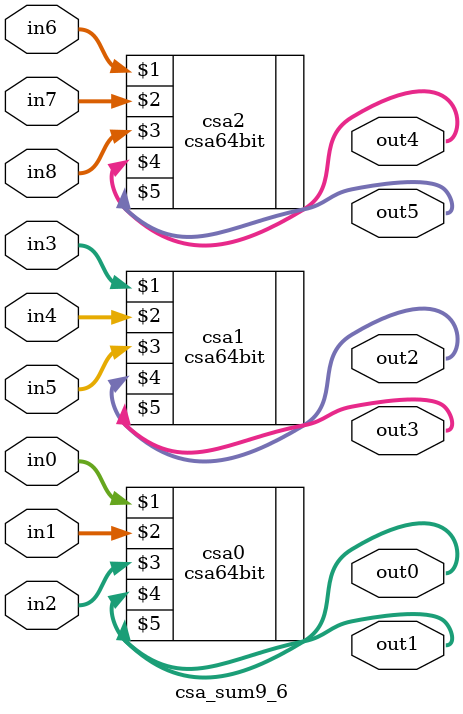
<source format=v>
module csa_sum9_6(
	input [63:0] in0,
	input [63:0] in1,
	input [63:0] in2,
	input [63:0] in3,
	input [63:0] in4,
	input [63:0] in5,
	input [63:0] in6,
	input [63:0] in7,
	input [63:0] in8,
	output [63:0] out0,
	output [63:0] out1,
	output [63:0] out2,
	output [63:0] out3,
	output [63:0] out4,
	output [63:0] out5
	);
	csa64bit csa0(in0[63:0], in1[63:0], in2[63:0], out0[63:0], out1[63:0]);
	csa64bit csa1(in3[63:0], in4[63:0], in5[63:0], out2[63:0], out3[63:0]);
	csa64bit csa2(in6[63:0], in7[63:0], in8[63:0], out4[63:0], out5[63:0]);
endmodule

</source>
